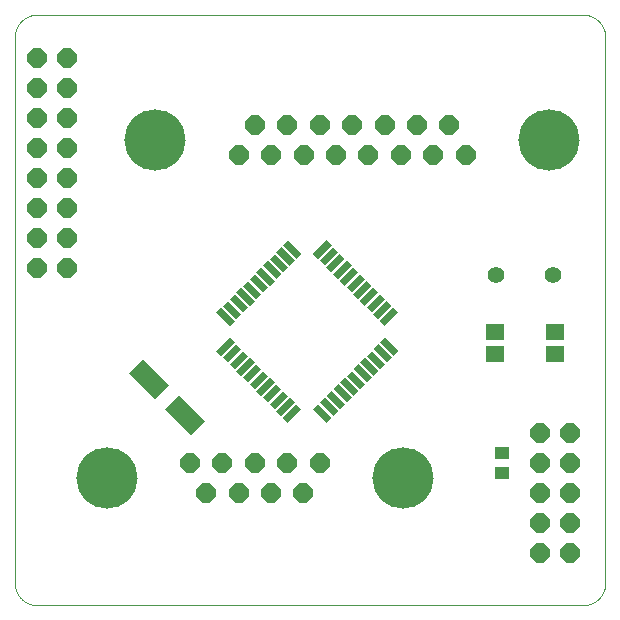
<source format=gts>
G75*
%MOIN*%
%OFA0B0*%
%FSLAX25Y25*%
%IPPOS*%
%LPD*%
%AMOC8*
5,1,8,0,0,1.08239X$1,22.5*
%
%ADD10C,0.00000*%
%ADD11R,0.06306X0.02369*%
%ADD12R,0.02369X0.06306*%
%ADD13OC8,0.06400*%
%ADD14C,0.20400*%
%ADD15C,0.05600*%
%ADD16R,0.06306X0.05518*%
%ADD17R,0.04731X0.04337*%
%ADD18R,0.06699X0.12211*%
D10*
X0014700Y0027800D02*
X0196550Y0027800D01*
X0196731Y0027802D01*
X0196912Y0027809D01*
X0197093Y0027820D01*
X0197274Y0027835D01*
X0197454Y0027855D01*
X0197634Y0027879D01*
X0197813Y0027907D01*
X0197991Y0027940D01*
X0198168Y0027977D01*
X0198345Y0028018D01*
X0198520Y0028063D01*
X0198695Y0028113D01*
X0198868Y0028167D01*
X0199039Y0028225D01*
X0199210Y0028287D01*
X0199378Y0028354D01*
X0199545Y0028424D01*
X0199711Y0028498D01*
X0199874Y0028577D01*
X0200035Y0028659D01*
X0200195Y0028745D01*
X0200352Y0028835D01*
X0200507Y0028929D01*
X0200660Y0029026D01*
X0200810Y0029128D01*
X0200958Y0029232D01*
X0201104Y0029341D01*
X0201246Y0029452D01*
X0201386Y0029568D01*
X0201523Y0029686D01*
X0201658Y0029808D01*
X0201789Y0029933D01*
X0201917Y0030061D01*
X0202042Y0030192D01*
X0202164Y0030327D01*
X0202282Y0030464D01*
X0202398Y0030604D01*
X0202509Y0030746D01*
X0202618Y0030892D01*
X0202722Y0031040D01*
X0202824Y0031190D01*
X0202921Y0031343D01*
X0203015Y0031498D01*
X0203105Y0031655D01*
X0203191Y0031815D01*
X0203273Y0031976D01*
X0203352Y0032139D01*
X0203426Y0032305D01*
X0203496Y0032472D01*
X0203563Y0032640D01*
X0203625Y0032811D01*
X0203683Y0032982D01*
X0203737Y0033155D01*
X0203787Y0033330D01*
X0203832Y0033505D01*
X0203873Y0033682D01*
X0203910Y0033859D01*
X0203943Y0034037D01*
X0203971Y0034216D01*
X0203995Y0034396D01*
X0204015Y0034576D01*
X0204030Y0034757D01*
X0204041Y0034938D01*
X0204048Y0035119D01*
X0204050Y0035300D01*
X0204050Y0217150D01*
X0204048Y0217331D01*
X0204041Y0217512D01*
X0204030Y0217693D01*
X0204015Y0217874D01*
X0203995Y0218054D01*
X0203971Y0218234D01*
X0203943Y0218413D01*
X0203910Y0218591D01*
X0203873Y0218768D01*
X0203832Y0218945D01*
X0203787Y0219120D01*
X0203737Y0219295D01*
X0203683Y0219468D01*
X0203625Y0219639D01*
X0203563Y0219810D01*
X0203496Y0219978D01*
X0203426Y0220145D01*
X0203352Y0220311D01*
X0203273Y0220474D01*
X0203191Y0220635D01*
X0203105Y0220795D01*
X0203015Y0220952D01*
X0202921Y0221107D01*
X0202824Y0221260D01*
X0202722Y0221410D01*
X0202618Y0221558D01*
X0202509Y0221704D01*
X0202398Y0221846D01*
X0202282Y0221986D01*
X0202164Y0222123D01*
X0202042Y0222258D01*
X0201917Y0222389D01*
X0201789Y0222517D01*
X0201658Y0222642D01*
X0201523Y0222764D01*
X0201386Y0222882D01*
X0201246Y0222998D01*
X0201104Y0223109D01*
X0200958Y0223218D01*
X0200810Y0223322D01*
X0200660Y0223424D01*
X0200507Y0223521D01*
X0200352Y0223615D01*
X0200195Y0223705D01*
X0200035Y0223791D01*
X0199874Y0223873D01*
X0199711Y0223952D01*
X0199545Y0224026D01*
X0199378Y0224096D01*
X0199210Y0224163D01*
X0199039Y0224225D01*
X0198868Y0224283D01*
X0198695Y0224337D01*
X0198520Y0224387D01*
X0198345Y0224432D01*
X0198168Y0224473D01*
X0197991Y0224510D01*
X0197813Y0224543D01*
X0197634Y0224571D01*
X0197454Y0224595D01*
X0197274Y0224615D01*
X0197093Y0224630D01*
X0196912Y0224641D01*
X0196731Y0224648D01*
X0196550Y0224650D01*
X0014700Y0224650D01*
X0014519Y0224648D01*
X0014338Y0224641D01*
X0014157Y0224630D01*
X0013976Y0224615D01*
X0013796Y0224595D01*
X0013616Y0224571D01*
X0013437Y0224543D01*
X0013259Y0224510D01*
X0013082Y0224473D01*
X0012905Y0224432D01*
X0012730Y0224387D01*
X0012555Y0224337D01*
X0012382Y0224283D01*
X0012211Y0224225D01*
X0012040Y0224163D01*
X0011872Y0224096D01*
X0011705Y0224026D01*
X0011539Y0223952D01*
X0011376Y0223873D01*
X0011215Y0223791D01*
X0011055Y0223705D01*
X0010898Y0223615D01*
X0010743Y0223521D01*
X0010590Y0223424D01*
X0010440Y0223322D01*
X0010292Y0223218D01*
X0010146Y0223109D01*
X0010004Y0222998D01*
X0009864Y0222882D01*
X0009727Y0222764D01*
X0009592Y0222642D01*
X0009461Y0222517D01*
X0009333Y0222389D01*
X0009208Y0222258D01*
X0009086Y0222123D01*
X0008968Y0221986D01*
X0008852Y0221846D01*
X0008741Y0221704D01*
X0008632Y0221558D01*
X0008528Y0221410D01*
X0008426Y0221260D01*
X0008329Y0221107D01*
X0008235Y0220952D01*
X0008145Y0220795D01*
X0008059Y0220635D01*
X0007977Y0220474D01*
X0007898Y0220311D01*
X0007824Y0220145D01*
X0007754Y0219978D01*
X0007687Y0219810D01*
X0007625Y0219639D01*
X0007567Y0219468D01*
X0007513Y0219295D01*
X0007463Y0219120D01*
X0007418Y0218945D01*
X0007377Y0218768D01*
X0007340Y0218591D01*
X0007307Y0218413D01*
X0007279Y0218234D01*
X0007255Y0218054D01*
X0007235Y0217874D01*
X0007220Y0217693D01*
X0007209Y0217512D01*
X0007202Y0217331D01*
X0007200Y0217150D01*
X0007200Y0035300D01*
X0007202Y0035119D01*
X0007209Y0034938D01*
X0007220Y0034757D01*
X0007235Y0034576D01*
X0007255Y0034396D01*
X0007279Y0034216D01*
X0007307Y0034037D01*
X0007340Y0033859D01*
X0007377Y0033682D01*
X0007418Y0033505D01*
X0007463Y0033330D01*
X0007513Y0033155D01*
X0007567Y0032982D01*
X0007625Y0032811D01*
X0007687Y0032640D01*
X0007754Y0032472D01*
X0007824Y0032305D01*
X0007898Y0032139D01*
X0007977Y0031976D01*
X0008059Y0031815D01*
X0008145Y0031655D01*
X0008235Y0031498D01*
X0008329Y0031343D01*
X0008426Y0031190D01*
X0008528Y0031040D01*
X0008632Y0030892D01*
X0008741Y0030746D01*
X0008852Y0030604D01*
X0008968Y0030464D01*
X0009086Y0030327D01*
X0009208Y0030192D01*
X0009333Y0030061D01*
X0009461Y0029933D01*
X0009592Y0029808D01*
X0009727Y0029686D01*
X0009864Y0029568D01*
X0010004Y0029452D01*
X0010146Y0029341D01*
X0010292Y0029232D01*
X0010440Y0029128D01*
X0010590Y0029026D01*
X0010743Y0028929D01*
X0010898Y0028835D01*
X0011055Y0028745D01*
X0011215Y0028659D01*
X0011376Y0028577D01*
X0011539Y0028498D01*
X0011705Y0028424D01*
X0011872Y0028354D01*
X0012040Y0028287D01*
X0012211Y0028225D01*
X0012382Y0028167D01*
X0012555Y0028113D01*
X0012730Y0028063D01*
X0012905Y0028018D01*
X0013082Y0027977D01*
X0013259Y0027940D01*
X0013437Y0027907D01*
X0013616Y0027879D01*
X0013796Y0027855D01*
X0013976Y0027835D01*
X0014157Y0027820D01*
X0014338Y0027809D01*
X0014519Y0027802D01*
X0014700Y0027800D01*
D11*
G36*
X0076026Y0127127D02*
X0080484Y0122669D01*
X0078810Y0120995D01*
X0074352Y0125453D01*
X0076026Y0127127D01*
G37*
G36*
X0078253Y0129354D02*
X0082711Y0124896D01*
X0081037Y0123222D01*
X0076579Y0127680D01*
X0078253Y0129354D01*
G37*
G36*
X0080480Y0131581D02*
X0084938Y0127123D01*
X0083264Y0125449D01*
X0078806Y0129907D01*
X0080480Y0131581D01*
G37*
G36*
X0082707Y0133808D02*
X0087165Y0129350D01*
X0085491Y0127676D01*
X0081033Y0132134D01*
X0082707Y0133808D01*
G37*
G36*
X0084934Y0136035D02*
X0089392Y0131577D01*
X0087718Y0129903D01*
X0083260Y0134361D01*
X0084934Y0136035D01*
G37*
G36*
X0087161Y0138263D02*
X0091619Y0133805D01*
X0089945Y0132131D01*
X0085487Y0136589D01*
X0087161Y0138263D01*
G37*
G36*
X0089389Y0140490D02*
X0093847Y0136032D01*
X0092173Y0134358D01*
X0087715Y0138816D01*
X0089389Y0140490D01*
G37*
G36*
X0091616Y0142717D02*
X0096074Y0138259D01*
X0094400Y0136585D01*
X0089942Y0141043D01*
X0091616Y0142717D01*
G37*
G36*
X0093843Y0144944D02*
X0098301Y0140486D01*
X0096627Y0138812D01*
X0092169Y0143270D01*
X0093843Y0144944D01*
G37*
G36*
X0096070Y0147171D02*
X0100528Y0142713D01*
X0098854Y0141039D01*
X0094396Y0145497D01*
X0096070Y0147171D01*
G37*
G36*
X0098297Y0149398D02*
X0102755Y0144940D01*
X0101081Y0143266D01*
X0096623Y0147724D01*
X0098297Y0149398D01*
G37*
G36*
X0128363Y0114878D02*
X0132821Y0110420D01*
X0131147Y0108746D01*
X0126689Y0113204D01*
X0128363Y0114878D01*
G37*
G36*
X0130590Y0117105D02*
X0135048Y0112647D01*
X0133374Y0110973D01*
X0128916Y0115431D01*
X0130590Y0117105D01*
G37*
G36*
X0126136Y0112651D02*
X0130594Y0108193D01*
X0128920Y0106519D01*
X0124462Y0110977D01*
X0126136Y0112651D01*
G37*
G36*
X0123909Y0110424D02*
X0128367Y0105966D01*
X0126693Y0104292D01*
X0122235Y0108750D01*
X0123909Y0110424D01*
G37*
G36*
X0121682Y0108197D02*
X0126140Y0103739D01*
X0124466Y0102065D01*
X0120008Y0106523D01*
X0121682Y0108197D01*
G37*
G36*
X0119455Y0105969D02*
X0123913Y0101511D01*
X0122239Y0099837D01*
X0117781Y0104295D01*
X0119455Y0105969D01*
G37*
G36*
X0117227Y0103742D02*
X0121685Y0099284D01*
X0120011Y0097610D01*
X0115553Y0102068D01*
X0117227Y0103742D01*
G37*
G36*
X0115000Y0101515D02*
X0119458Y0097057D01*
X0117784Y0095383D01*
X0113326Y0099841D01*
X0115000Y0101515D01*
G37*
G36*
X0112773Y0099288D02*
X0117231Y0094830D01*
X0115557Y0093156D01*
X0111099Y0097614D01*
X0112773Y0099288D01*
G37*
G36*
X0110546Y0097061D02*
X0115004Y0092603D01*
X0113330Y0090929D01*
X0108872Y0095387D01*
X0110546Y0097061D01*
G37*
G36*
X0108319Y0094834D02*
X0112777Y0090376D01*
X0111103Y0088702D01*
X0106645Y0093160D01*
X0108319Y0094834D01*
G37*
D12*
G36*
X0101081Y0094834D02*
X0102755Y0093160D01*
X0098297Y0088702D01*
X0096623Y0090376D01*
X0101081Y0094834D01*
G37*
G36*
X0098854Y0097061D02*
X0100528Y0095387D01*
X0096070Y0090929D01*
X0094396Y0092603D01*
X0098854Y0097061D01*
G37*
G36*
X0096627Y0099288D02*
X0098301Y0097614D01*
X0093843Y0093156D01*
X0092169Y0094830D01*
X0096627Y0099288D01*
G37*
G36*
X0094400Y0101515D02*
X0096074Y0099841D01*
X0091616Y0095383D01*
X0089942Y0097057D01*
X0094400Y0101515D01*
G37*
G36*
X0092173Y0103742D02*
X0093847Y0102068D01*
X0089389Y0097610D01*
X0087715Y0099284D01*
X0092173Y0103742D01*
G37*
G36*
X0089945Y0105969D02*
X0091619Y0104295D01*
X0087161Y0099837D01*
X0085487Y0101511D01*
X0089945Y0105969D01*
G37*
G36*
X0087718Y0108197D02*
X0089392Y0106523D01*
X0084934Y0102065D01*
X0083260Y0103739D01*
X0087718Y0108197D01*
G37*
G36*
X0085491Y0110424D02*
X0087165Y0108750D01*
X0082707Y0104292D01*
X0081033Y0105966D01*
X0085491Y0110424D01*
G37*
G36*
X0083264Y0112651D02*
X0084938Y0110977D01*
X0080480Y0106519D01*
X0078806Y0108193D01*
X0083264Y0112651D01*
G37*
G36*
X0081037Y0114878D02*
X0082711Y0113204D01*
X0078253Y0108746D01*
X0076579Y0110420D01*
X0081037Y0114878D01*
G37*
G36*
X0078810Y0117105D02*
X0080484Y0115431D01*
X0076026Y0110973D01*
X0074352Y0112647D01*
X0078810Y0117105D01*
G37*
G36*
X0111103Y0149398D02*
X0112777Y0147724D01*
X0108319Y0143266D01*
X0106645Y0144940D01*
X0111103Y0149398D01*
G37*
G36*
X0113330Y0147171D02*
X0115004Y0145497D01*
X0110546Y0141039D01*
X0108872Y0142713D01*
X0113330Y0147171D01*
G37*
G36*
X0115557Y0144944D02*
X0117231Y0143270D01*
X0112773Y0138812D01*
X0111099Y0140486D01*
X0115557Y0144944D01*
G37*
G36*
X0117784Y0142717D02*
X0119458Y0141043D01*
X0115000Y0136585D01*
X0113326Y0138259D01*
X0117784Y0142717D01*
G37*
G36*
X0120011Y0140490D02*
X0121685Y0138816D01*
X0117227Y0134358D01*
X0115553Y0136032D01*
X0120011Y0140490D01*
G37*
G36*
X0122239Y0138263D02*
X0123913Y0136589D01*
X0119455Y0132131D01*
X0117781Y0133805D01*
X0122239Y0138263D01*
G37*
G36*
X0124466Y0136035D02*
X0126140Y0134361D01*
X0121682Y0129903D01*
X0120008Y0131577D01*
X0124466Y0136035D01*
G37*
G36*
X0126693Y0133808D02*
X0128367Y0132134D01*
X0123909Y0127676D01*
X0122235Y0129350D01*
X0126693Y0133808D01*
G37*
G36*
X0128920Y0131581D02*
X0130594Y0129907D01*
X0126136Y0125449D01*
X0124462Y0127123D01*
X0128920Y0131581D01*
G37*
G36*
X0131147Y0129354D02*
X0132821Y0127680D01*
X0128363Y0123222D01*
X0126689Y0124896D01*
X0131147Y0129354D01*
G37*
G36*
X0133374Y0127127D02*
X0135048Y0125453D01*
X0130590Y0120995D01*
X0128916Y0122669D01*
X0133374Y0127127D01*
G37*
D13*
X0135900Y0177800D03*
X0130500Y0187800D03*
X0125100Y0177800D03*
X0119700Y0187800D03*
X0114300Y0177800D03*
X0108900Y0187800D03*
X0103500Y0177800D03*
X0098100Y0187800D03*
X0092700Y0177800D03*
X0087300Y0187800D03*
X0081900Y0177800D03*
X0024700Y0180300D03*
X0024700Y0170300D03*
X0024700Y0160300D03*
X0024700Y0150300D03*
X0024700Y0140300D03*
X0014700Y0140300D03*
X0014700Y0150300D03*
X0014700Y0160300D03*
X0014700Y0170300D03*
X0014700Y0180300D03*
X0014700Y0190300D03*
X0014700Y0200300D03*
X0014700Y0210300D03*
X0024700Y0210300D03*
X0024700Y0200300D03*
X0024700Y0190300D03*
X0065600Y0075300D03*
X0071000Y0065300D03*
X0076400Y0075300D03*
X0081800Y0065300D03*
X0087200Y0075300D03*
X0092600Y0065300D03*
X0098000Y0075300D03*
X0103400Y0065300D03*
X0108800Y0075300D03*
X0182200Y0075300D03*
X0182200Y0065300D03*
X0182200Y0055300D03*
X0182200Y0045300D03*
X0192200Y0045300D03*
X0192200Y0055300D03*
X0192200Y0065300D03*
X0192200Y0075300D03*
X0192200Y0085300D03*
X0182200Y0085300D03*
X0157500Y0177800D03*
X0152100Y0187800D03*
X0146700Y0177800D03*
X0141300Y0187800D03*
D14*
X0185300Y0182800D03*
X0136500Y0070300D03*
X0054100Y0182800D03*
X0037900Y0070300D03*
D15*
X0167700Y0137800D03*
X0186700Y0137800D03*
D16*
X0187200Y0119040D03*
X0187200Y0111560D03*
X0167200Y0111560D03*
X0167200Y0119040D03*
D17*
X0169700Y0078646D03*
X0169700Y0071954D03*
D18*
G36*
X0070602Y0089349D02*
X0065866Y0084613D01*
X0057234Y0093245D01*
X0061970Y0097981D01*
X0070602Y0089349D01*
G37*
G36*
X0058631Y0101320D02*
X0053895Y0096584D01*
X0045263Y0105216D01*
X0049999Y0109952D01*
X0058631Y0101320D01*
G37*
M02*

</source>
